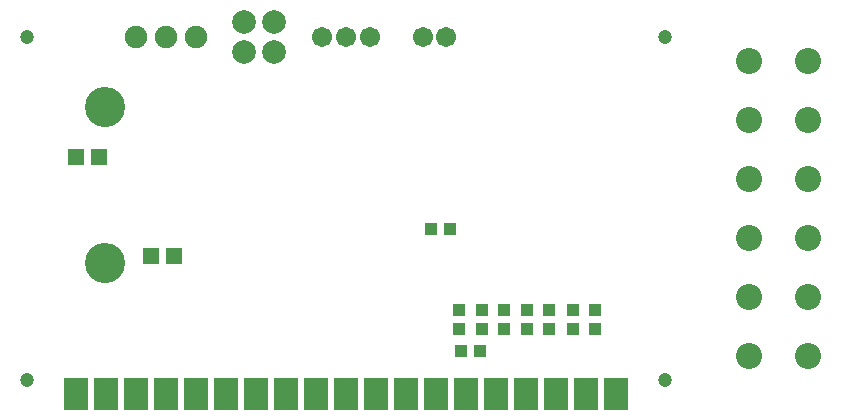
<source format=gbs>
%FSLAX43Y43*%
%MOMM*%
G71*
G01*
G75*
G04 Layer_Color=16711935*
%ADD10R,0.800X0.900*%
%ADD11R,2.880X1.120*%
%ADD12R,0.900X1.270*%
%ADD13R,1.000X1.800*%
%ADD14R,1.400X1.200*%
%ADD15R,0.300X1.600*%
%ADD16R,1.600X0.300*%
%ADD17R,0.900X0.800*%
%ADD18R,0.508X0.559*%
%ADD19R,1.270X0.900*%
G04:AMPARAMS|DCode=20|XSize=1.9mm|YSize=3.3mm|CornerRadius=0mm|HoleSize=0mm|Usage=FLASHONLY|Rotation=180.000|XOffset=0mm|YOffset=0mm|HoleType=Round|Shape=Octagon|*
%AMOCTAGOND20*
4,1,8,0.475,-1.650,-0.475,-1.650,-0.950,-1.175,-0.950,1.175,-0.475,1.650,0.475,1.650,0.950,1.175,0.950,-1.175,0.475,-1.650,0.0*
%
%ADD20OCTAGOND20*%

%ADD21R,0.700X1.800*%
%ADD22R,0.700X1.350*%
%ADD23R,0.800X0.800*%
%ADD24R,1.600X2.200*%
%ADD25R,1.350X0.400*%
%ADD26R,1.900X1.900*%
%ADD27R,1.900X1.800*%
%ADD28R,0.600X1.400*%
%ADD29R,1.800X2.500*%
%ADD30C,0.200*%
%ADD31C,0.400*%
%ADD32C,0.300*%
%ADD33R,0.550X11.375*%
%ADD34R,0.550X2.225*%
%ADD35R,0.550X2.300*%
%ADD36R,1.975X0.550*%
%ADD37R,1.400X0.400*%
%ADD38R,0.400X1.400*%
%ADD39R,1.400X0.400*%
%ADD40R,2.150X0.500*%
%ADD41R,0.500X2.150*%
%ADD42C,0.600*%
%ADD43C,3.200*%
%ADD44C,1.000*%
%ADD45C,1.500*%
%ADD46C,1.700*%
%ADD47C,2.000*%
%ADD48C,1.800*%
%ADD49R,1.143X1.270*%
%ADD50R,4.800X0.650*%
%ADD51R,0.650X4.800*%
%ADD52R,3.175X0.650*%
%ADD53R,0.500X3.425*%
%ADD54R,3.625X0.600*%
%ADD55R,0.600X3.625*%
%ADD56C,0.254*%
%ADD57R,1.550X3.125*%
%ADD58R,1.003X1.103*%
%ADD59R,3.083X1.323*%
%ADD60R,1.103X1.473*%
%ADD61R,1.203X2.003*%
%ADD62R,1.603X1.403*%
%ADD63R,0.503X1.803*%
%ADD64R,1.803X0.503*%
%ADD65R,1.103X1.003*%
%ADD66R,0.711X0.762*%
%ADD67R,1.473X1.103*%
G04:AMPARAMS|DCode=68|XSize=2.103mm|YSize=3.503mm|CornerRadius=0mm|HoleSize=0mm|Usage=FLASHONLY|Rotation=180.000|XOffset=0mm|YOffset=0mm|HoleType=Round|Shape=Octagon|*
%AMOCTAGOND68*
4,1,8,0.526,-1.752,-0.526,-1.752,-1.052,-1.226,-1.052,1.226,-0.526,1.752,0.526,1.752,1.052,1.226,1.052,-1.226,0.526,-1.752,0.0*
%
%ADD68OCTAGOND68*%

%ADD69R,0.903X2.003*%
%ADD70R,0.903X1.553*%
%ADD71R,1.003X1.003*%
%ADD72R,1.803X2.403*%
%ADD73R,1.553X0.603*%
%ADD74R,2.103X2.103*%
%ADD75R,2.103X2.003*%
%ADD76R,0.803X1.603*%
%ADD77R,2.003X2.703*%
%ADD78C,3.403*%
%ADD79C,1.203*%
%ADD80C,1.703*%
%ADD81C,1.903*%
%ADD82C,2.203*%
%ADD83C,2.003*%
%ADD84R,1.346X1.473*%
D58*
X92125Y81625D02*
D03*
X90525D02*
D03*
X88000Y92000D02*
D03*
X89600D02*
D03*
D65*
X101900Y85100D02*
D03*
Y83500D02*
D03*
X100000D02*
D03*
Y85100D02*
D03*
X98000Y83500D02*
D03*
Y85100D02*
D03*
X96100Y83500D02*
D03*
Y85100D02*
D03*
X94200D02*
D03*
Y83500D02*
D03*
X92300Y85100D02*
D03*
Y83500D02*
D03*
X90400D02*
D03*
Y85100D02*
D03*
D77*
X98580Y78000D02*
D03*
X96040D02*
D03*
X57940D02*
D03*
X60480D02*
D03*
X63020D02*
D03*
X65560D02*
D03*
X68100D02*
D03*
X70640D02*
D03*
X75720D02*
D03*
X93500D02*
D03*
X90960D02*
D03*
X88420D02*
D03*
X85880D02*
D03*
X83340D02*
D03*
X80800D02*
D03*
X78260D02*
D03*
X101120D02*
D03*
X103660D02*
D03*
X73180D02*
D03*
D78*
X60400Y102270D02*
D03*
Y89130D02*
D03*
D79*
X107800Y79200D02*
D03*
X53800D02*
D03*
X107800Y108200D02*
D03*
X53800D02*
D03*
D80*
X89300D02*
D03*
X87300D02*
D03*
X82800D02*
D03*
X80800D02*
D03*
X78800D02*
D03*
D81*
X63020D02*
D03*
X68100D02*
D03*
X65560D02*
D03*
D82*
X114900Y106200D02*
D03*
Y101200D02*
D03*
Y96200D02*
D03*
X119900D02*
D03*
X114900Y91200D02*
D03*
X119900D02*
D03*
X114900Y86200D02*
D03*
X119900D02*
D03*
X114900Y81200D02*
D03*
X119900D02*
D03*
Y101200D02*
D03*
Y106200D02*
D03*
D83*
X74740Y109490D02*
D03*
Y106950D02*
D03*
X72200D02*
D03*
Y109490D02*
D03*
D84*
X64250Y89700D02*
D03*
X66250D02*
D03*
X57900Y98100D02*
D03*
X59900D02*
D03*
M02*

</source>
